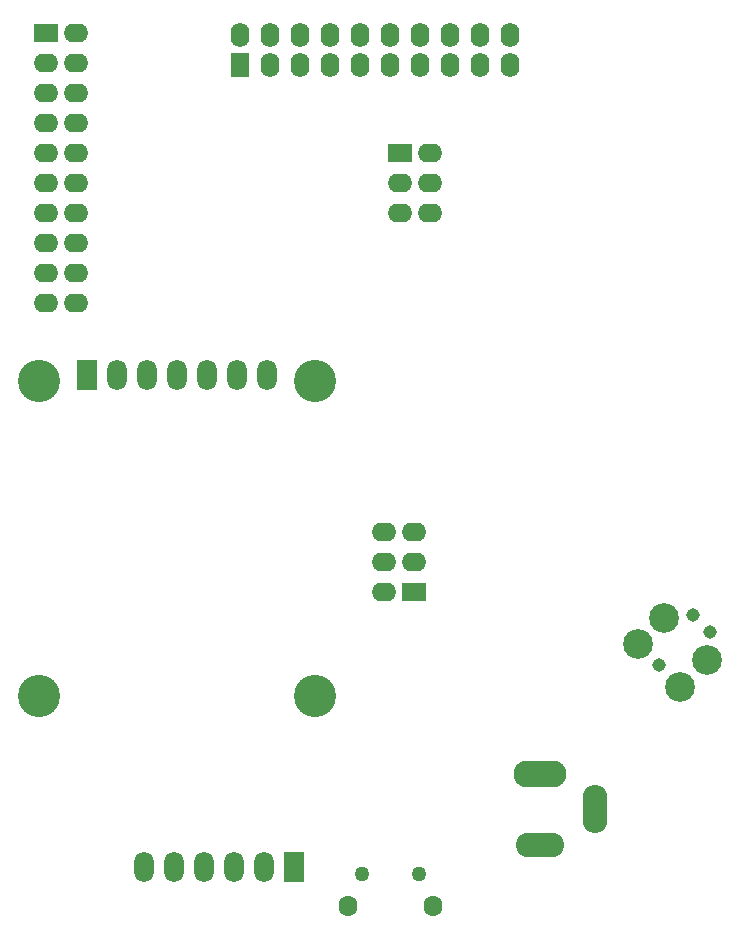
<source format=gbs>
G04*
G04 #@! TF.GenerationSoftware,Altium Limited,Altium Designer,19.0.15 (446)*
G04*
G04 Layer_Color=16711935*
%FSLAX25Y25*%
%MOIN*%
G70*
G01*
G75*
%ADD61O,0.08173X0.16047*%
%ADD62O,0.17622X0.08961*%
%ADD63O,0.16047X0.08173*%
%ADD64O,0.06205X0.06992*%
%ADD65C,0.05024*%
%ADD66O,0.06598X0.10142*%
%ADD67R,0.06598X0.10142*%
%ADD68C,0.14079*%
%ADD69C,0.04500*%
%ADD70C,0.09949*%
%ADD71O,0.06205X0.08173*%
%ADD72R,0.06205X0.08173*%
%ADD73O,0.08173X0.06205*%
%ADD74R,0.08173X0.06205*%
D61*
X204291Y41961D02*
D03*
D62*
X185787Y53772D02*
D03*
D63*
Y30150D02*
D03*
D64*
X121752Y9669D02*
D03*
X150295D02*
D03*
D65*
X145571Y20276D02*
D03*
X126476Y20274D02*
D03*
D66*
X54787Y186669D02*
D03*
X44787D02*
D03*
X64787D02*
D03*
X84787D02*
D03*
X74787D02*
D03*
X94787D02*
D03*
X63787Y22669D02*
D03*
X73787D02*
D03*
X93787D02*
D03*
X83787D02*
D03*
X53787D02*
D03*
D67*
X34787Y186669D02*
D03*
X103787Y22669D02*
D03*
D68*
X18787Y184669D02*
D03*
X110787D02*
D03*
Y79669D02*
D03*
X18787D02*
D03*
D69*
X225484Y89902D02*
D03*
X236798Y106872D02*
D03*
X242455Y101215D02*
D03*
D70*
X218413Y96973D02*
D03*
X232555Y82830D02*
D03*
X227252Y105811D02*
D03*
X241394Y91669D02*
D03*
D71*
X175900Y300200D02*
D03*
X165900D02*
D03*
X155900D02*
D03*
X145900D02*
D03*
X135900D02*
D03*
X125900D02*
D03*
X115900D02*
D03*
X105900D02*
D03*
X95900D02*
D03*
X85900D02*
D03*
X95900Y290200D02*
D03*
X105900D02*
D03*
X115900D02*
D03*
X125900D02*
D03*
X135900D02*
D03*
X145900D02*
D03*
X155900D02*
D03*
X165900D02*
D03*
X175900D02*
D03*
D72*
X85900D02*
D03*
D73*
X31200Y210800D02*
D03*
Y220800D02*
D03*
Y230800D02*
D03*
Y240800D02*
D03*
Y250800D02*
D03*
Y260800D02*
D03*
Y270800D02*
D03*
Y280800D02*
D03*
Y290800D02*
D03*
Y300800D02*
D03*
X21200Y290800D02*
D03*
Y280800D02*
D03*
Y270800D02*
D03*
Y260800D02*
D03*
Y250800D02*
D03*
Y240800D02*
D03*
Y230800D02*
D03*
Y220800D02*
D03*
Y210800D02*
D03*
X139087Y240569D02*
D03*
Y250569D02*
D03*
X149087Y260569D02*
D03*
Y250569D02*
D03*
Y240569D02*
D03*
X134000Y134500D02*
D03*
Y124500D02*
D03*
Y114500D02*
D03*
X144000Y124500D02*
D03*
Y134500D02*
D03*
D74*
X21200Y300800D02*
D03*
X139087Y260569D02*
D03*
X144000Y114500D02*
D03*
M02*

</source>
